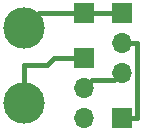
<source format=gbr>
G04 #@! TF.FileFunction,Copper,L2,Bot,Signal*
%FSLAX46Y46*%
G04 Gerber Fmt 4.6, Leading zero omitted, Abs format (unit mm)*
G04 Created by KiCad (PCBNEW 4.0.7) date 10/24/17 17:03:39*
%MOMM*%
%LPD*%
G01*
G04 APERTURE LIST*
%ADD10C,0.100000*%
%ADD11C,3.500120*%
%ADD12R,1.700000X1.700000*%
%ADD13O,1.700000X1.700000*%
%ADD14C,0.600000*%
%ADD15C,0.400000*%
G04 APERTURE END LIST*
D10*
D11*
X180340000Y-60325000D03*
D12*
X185420000Y-52705000D03*
X188595000Y-61595000D03*
D11*
X180340000Y-53975000D03*
D12*
X185420000Y-56515000D03*
D13*
X185420000Y-59055000D03*
X185420000Y-61595000D03*
D12*
X188595000Y-52705000D03*
D13*
X188595000Y-55245000D03*
X188595000Y-57785000D03*
D14*
X180340000Y-60325000D03*
X180340000Y-53975000D03*
X188595000Y-55245000D03*
X185420000Y-59055000D03*
D15*
X180340000Y-60325000D02*
X180340000Y-57150000D01*
X182880000Y-56515000D02*
X185420000Y-56515000D01*
X182245000Y-57150000D02*
X182880000Y-56515000D01*
X180340000Y-57150000D02*
X182245000Y-57150000D01*
X180340000Y-53975000D02*
X181610000Y-52705000D01*
X181610000Y-52705000D02*
X188595000Y-52705000D01*
X188595000Y-61595000D02*
X189865000Y-61595000D01*
X189865000Y-55245000D02*
X188595000Y-55245000D01*
X189865000Y-61595000D02*
X189865000Y-55245000D01*
X185420000Y-59055000D02*
X186055000Y-58420000D01*
X187960000Y-58420000D02*
X188595000Y-57785000D01*
X186055000Y-58420000D02*
X187960000Y-58420000D01*
M02*

</source>
